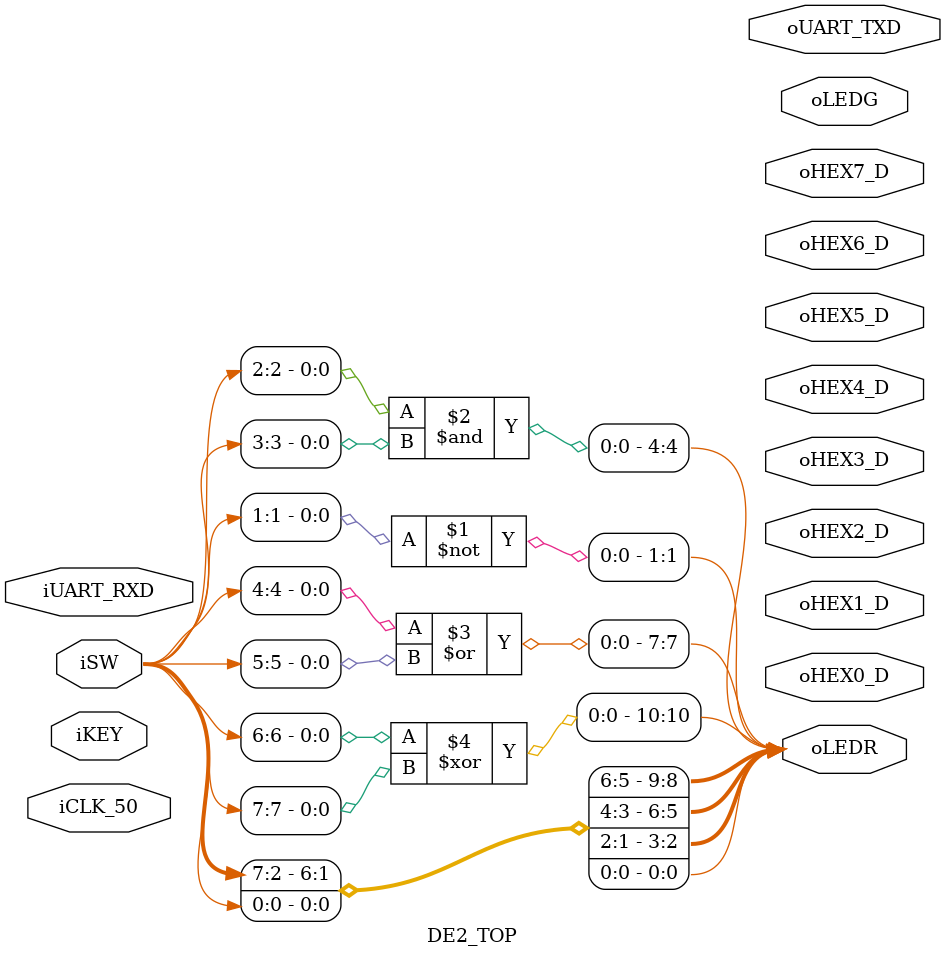
<source format=sv>

module DE2_TOP (
////////////////////////	Clock Input	 	////////////////////////
  input logic	iCLK_50,				//	50 MHz
////////////////////////	Push Button		////////////////////////
  input logic [3:0] iKEY,				//	Pushbutton[3:0]
////////////////////////	DPDT Switch		////////////////////////
  input logic [17:0] iSW,				//	Toggle Switch[17:0]
////////////////////////	7-SEG Dispaly	////////////////////////
  output logic [6:0] oHEX0_D,				//	Seven Segment Digit 0
  output logic [6:0] oHEX1_D,				//	Seven Segment Digit 1
  output logic [6:0] oHEX2_D,				//	Seven Segment Digit 2
  output logic [6:0] oHEX3_D,				//	Seven Segment Digit 3
  output logic [6:0] oHEX4_D,				//	Seven Segment Digit 4
  output logic [6:0] oHEX5_D,				//	Seven Segment Digit 5
  output logic [6:0] oHEX6_D,				//	Seven Segment Digit 6
  output logic [6:0] oHEX7_D,				//	Seven Segment Digit 7
////////////////////////////	LED		////////////////////////////
  output logic [8:0] oLEDG,				//	LED Green[8:0]
  output logic [17:0] oLEDR,				//	LED Red[17:0]
////////////////////////////	UART	////////////////////////////
  output logic oUART_TXD,				//	UART Transmitter
  input logic iUART_RXD					//	UART Receiver
);

//===========================================================================
// PARAMETER declarations
//===========================================================================


///////////////////////////////////////////////////////////////////
//=============================================================================
// REG/WIRE declarations
//=============================================================================



//=============================================================================
// Structural coding
//=============================================================================
//assign oLEDR[0] = iSW[0];
//assign oLEDG[0] = iKEY[0];
	assign	oLEDR[0]	=	iSW[0];
	assign	oLEDR[1]	=	~iSW[1];

	assign	oLEDR[2]	=	iSW[2];
	assign	oLEDR[3]	=	iSW[3];
	assign	oLEDR[4]	=	iSW[2]	&	iSW[3];

	assign	oLEDR[5]	=	iSW[4];
	assign	oLEDR[6]	=	iSW[5];
	assign	oLEDR[7]	=	iSW[4]	|	iSW[5];

	assign	oLEDR[8]	=	iSW[6];
	assign	oLEDR[9]	=	iSW[7];
	assign	oLEDR[10]	=	iSW[6]	^	iSW[7];
endmodule


</source>
